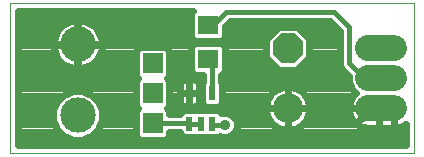
<source format=gtl>
G75*
%MOIN*%
%OFA0B0*%
%FSLAX25Y25*%
%IPPOS*%
%LPD*%
%AMOC8*
5,1,8,0,0,1.08239X$1,22.5*
%
%ADD10C,0.00000*%
%ADD11R,0.07098X0.06299*%
%ADD12R,0.06600X0.06600*%
%ADD13C,0.10000*%
%ADD14OC8,0.10000*%
%ADD15C,0.11811*%
%ADD16C,0.08600*%
%ADD17R,0.02165X0.04724*%
%ADD18C,0.01600*%
%ADD19C,0.03569*%
%ADD20C,0.02400*%
D10*
X0002200Y0002200D02*
X0002200Y0052161D01*
X0136901Y0052161D01*
X0136901Y0002200D01*
X0002200Y0002200D01*
D11*
X0068200Y0033602D03*
X0068200Y0044798D03*
D12*
X0049700Y0032200D03*
X0049700Y0022200D03*
X0049700Y0012200D03*
D13*
X0094700Y0017200D03*
D14*
X0094700Y0037200D03*
D15*
X0024700Y0038480D03*
X0024700Y0014857D03*
D16*
X0121600Y0017200D02*
X0130200Y0017200D01*
X0130200Y0027200D02*
X0121600Y0027200D01*
X0121600Y0037200D02*
X0130200Y0037200D01*
D17*
X0069440Y0022318D03*
X0061960Y0022318D03*
X0061960Y0012082D03*
X0065700Y0012082D03*
X0069440Y0012082D03*
D18*
X0069822Y0011700D01*
X0073700Y0011700D01*
X0065700Y0012082D02*
X0061960Y0012082D01*
X0061960Y0012200D01*
X0049700Y0012200D01*
X0069440Y0022318D02*
X0069440Y0032960D01*
X0068200Y0033602D01*
X0068200Y0043200D02*
X0074200Y0049200D01*
X0110200Y0049200D01*
X0115200Y0044200D01*
X0115200Y0032200D01*
X0120200Y0027200D01*
X0130200Y0027200D01*
X0068200Y0043200D02*
X0068200Y0044798D01*
D19*
X0073700Y0011700D03*
D20*
X0077684Y0011794D02*
X0089924Y0011794D01*
X0089943Y0011775D02*
X0090691Y0011201D01*
X0091509Y0010729D01*
X0092381Y0010367D01*
X0093292Y0010123D01*
X0094228Y0010000D01*
X0094700Y0010000D01*
X0095172Y0010000D01*
X0096108Y0010123D01*
X0097019Y0010367D01*
X0097891Y0010729D01*
X0098709Y0011201D01*
X0099457Y0011775D01*
X0100125Y0012443D01*
X0100699Y0013191D01*
X0101171Y0014009D01*
X0101533Y0014881D01*
X0101777Y0015792D01*
X0101900Y0016728D01*
X0101900Y0017200D01*
X0101900Y0017672D01*
X0101777Y0018608D01*
X0101533Y0019519D01*
X0101171Y0020391D01*
X0100699Y0021209D01*
X0100125Y0021957D01*
X0099457Y0022625D01*
X0098709Y0023199D01*
X0097891Y0023671D01*
X0097019Y0024033D01*
X0096108Y0024277D01*
X0095172Y0024400D01*
X0094700Y0024400D01*
X0094700Y0017200D01*
X0094700Y0017200D01*
X0101900Y0017200D01*
X0094700Y0017200D01*
X0094700Y0017200D01*
X0094700Y0017200D01*
X0087500Y0017200D01*
X0087500Y0017672D01*
X0087623Y0018608D01*
X0087867Y0019519D01*
X0088229Y0020391D01*
X0088701Y0021209D01*
X0089275Y0021957D01*
X0089943Y0022625D01*
X0090691Y0023199D01*
X0091509Y0023671D01*
X0092381Y0024033D01*
X0093292Y0024277D01*
X0094228Y0024400D01*
X0094700Y0024400D01*
X0094700Y0017200D01*
X0094700Y0010000D01*
X0094700Y0017200D01*
X0094700Y0017200D01*
X0087500Y0017200D01*
X0087500Y0016728D01*
X0087623Y0015792D01*
X0087867Y0014881D01*
X0088229Y0014009D01*
X0088701Y0013191D01*
X0089275Y0012443D01*
X0089943Y0011775D01*
X0094700Y0011794D02*
X0094700Y0011794D01*
X0099476Y0011794D02*
X0117968Y0011794D01*
X0117981Y0011784D02*
X0118719Y0011358D01*
X0119506Y0011032D01*
X0120329Y0010811D01*
X0121174Y0010700D01*
X0130200Y0010700D01*
X0130626Y0010700D01*
X0131471Y0010811D01*
X0132294Y0011032D01*
X0133081Y0011358D01*
X0133819Y0011784D01*
X0134201Y0012077D01*
X0134201Y0004900D01*
X0004900Y0004900D01*
X0004900Y0049461D01*
X0063052Y0049461D01*
X0062451Y0048859D01*
X0062451Y0040738D01*
X0063740Y0039449D01*
X0072660Y0039449D01*
X0073949Y0040738D01*
X0073949Y0044707D01*
X0075443Y0046200D01*
X0108957Y0046200D01*
X0112200Y0042957D01*
X0112200Y0031603D01*
X0112657Y0030501D01*
X0115100Y0028057D01*
X0115100Y0025907D01*
X0116090Y0023518D01*
X0117421Y0022186D01*
X0117305Y0022097D01*
X0116703Y0021495D01*
X0116184Y0020819D01*
X0115758Y0020081D01*
X0115432Y0019294D01*
X0115211Y0018471D01*
X0115100Y0017626D01*
X0115100Y0017200D01*
X0130200Y0017200D01*
X0130200Y0010700D01*
X0130200Y0017200D01*
X0130200Y0017200D01*
X0130200Y0017200D01*
X0115100Y0017200D01*
X0115100Y0016774D01*
X0115211Y0015929D01*
X0115432Y0015106D01*
X0115758Y0014319D01*
X0116184Y0013581D01*
X0116703Y0012905D01*
X0117305Y0012303D01*
X0117981Y0011784D01*
X0117200Y0012200D02*
X0125000Y0017450D01*
X0125000Y0008700D01*
X0130200Y0011794D02*
X0130200Y0011794D01*
X0133832Y0011794D02*
X0134201Y0011794D01*
X0134201Y0009396D02*
X0077030Y0009396D01*
X0077078Y0009443D02*
X0077684Y0010907D01*
X0077684Y0012493D01*
X0077078Y0013957D01*
X0075957Y0015078D01*
X0074493Y0015684D01*
X0072907Y0015684D01*
X0072544Y0015534D01*
X0071434Y0016644D01*
X0059966Y0016644D01*
X0058677Y0015355D01*
X0058677Y0015200D01*
X0055200Y0015200D01*
X0055200Y0016411D01*
X0054411Y0017200D01*
X0055200Y0017989D01*
X0055200Y0026411D01*
X0054411Y0027200D01*
X0055200Y0027989D01*
X0055200Y0036411D01*
X0053911Y0037700D01*
X0045489Y0037700D01*
X0044200Y0036411D01*
X0044200Y0027989D01*
X0044989Y0027200D01*
X0044200Y0026411D01*
X0044200Y0017989D01*
X0044989Y0017200D01*
X0044200Y0016411D01*
X0044200Y0007989D01*
X0045489Y0006700D01*
X0053911Y0006700D01*
X0055200Y0007989D01*
X0055200Y0009200D01*
X0058677Y0009200D01*
X0058677Y0008808D01*
X0059966Y0007520D01*
X0071434Y0007520D01*
X0072004Y0008090D01*
X0072907Y0007716D01*
X0074493Y0007716D01*
X0075957Y0008322D01*
X0077078Y0009443D01*
X0076842Y0014193D02*
X0088152Y0014193D01*
X0087518Y0016591D02*
X0071487Y0016591D01*
X0071434Y0017756D02*
X0072723Y0019045D01*
X0072723Y0025592D01*
X0072440Y0025874D01*
X0072440Y0028252D01*
X0072660Y0028252D01*
X0073949Y0029541D01*
X0073949Y0037662D01*
X0072660Y0038951D01*
X0063740Y0038951D01*
X0062451Y0037662D01*
X0062451Y0029541D01*
X0063740Y0028252D01*
X0066440Y0028252D01*
X0066440Y0025874D01*
X0066157Y0025592D01*
X0066157Y0019045D01*
X0067446Y0017756D01*
X0071434Y0017756D01*
X0072668Y0018990D02*
X0087726Y0018990D01*
X0088838Y0021388D02*
X0072723Y0021388D01*
X0072723Y0023787D02*
X0091787Y0023787D01*
X0094700Y0023787D02*
X0094700Y0023787D01*
X0097613Y0023787D02*
X0115978Y0023787D01*
X0116621Y0021388D02*
X0100562Y0021388D01*
X0101674Y0018990D02*
X0115350Y0018990D01*
X0115124Y0016591D02*
X0101882Y0016591D01*
X0101247Y0014193D02*
X0115831Y0014193D01*
X0130200Y0014193D02*
X0130200Y0014193D01*
X0130200Y0016591D02*
X0130200Y0016591D01*
X0134201Y0006997D02*
X0054208Y0006997D01*
X0045192Y0006997D02*
X0026904Y0006997D01*
X0026312Y0006752D02*
X0029291Y0007986D01*
X0031572Y0010266D01*
X0032805Y0013245D01*
X0032805Y0016470D01*
X0031572Y0019449D01*
X0029291Y0021729D01*
X0026312Y0022963D01*
X0023088Y0022963D01*
X0020109Y0021729D01*
X0017828Y0019449D01*
X0016594Y0016470D01*
X0016594Y0013245D01*
X0017828Y0010266D01*
X0020109Y0007986D01*
X0023088Y0006752D01*
X0026312Y0006752D01*
X0022496Y0006997D02*
X0004900Y0006997D01*
X0004900Y0009396D02*
X0018699Y0009396D01*
X0017196Y0011794D02*
X0004900Y0011794D01*
X0004900Y0014193D02*
X0016594Y0014193D01*
X0016645Y0016591D02*
X0004900Y0016591D01*
X0004900Y0018990D02*
X0017638Y0018990D01*
X0019768Y0021388D02*
X0004900Y0021388D01*
X0004900Y0023787D02*
X0044200Y0023787D01*
X0044200Y0021388D02*
X0029632Y0021388D01*
X0031762Y0018990D02*
X0044200Y0018990D01*
X0044380Y0016591D02*
X0032755Y0016591D01*
X0032805Y0014193D02*
X0044200Y0014193D01*
X0044200Y0011794D02*
X0032204Y0011794D01*
X0030701Y0009396D02*
X0044200Y0009396D01*
X0055020Y0016591D02*
X0059913Y0016591D01*
X0060028Y0017906D02*
X0060588Y0017756D01*
X0061960Y0017756D01*
X0063332Y0017756D01*
X0063892Y0017906D01*
X0064393Y0018195D01*
X0064803Y0018605D01*
X0065093Y0019107D01*
X0065243Y0019666D01*
X0065242Y0022318D01*
X0061960Y0022318D01*
X0061960Y0022318D01*
X0061960Y0017756D01*
X0061960Y0022318D01*
X0061960Y0022318D01*
X0065243Y0022318D01*
X0065243Y0024970D01*
X0065093Y0025529D01*
X0064803Y0026031D01*
X0064393Y0026441D01*
X0063892Y0026730D01*
X0063332Y0026880D01*
X0061960Y0026880D01*
X0061960Y0022318D01*
X0061960Y0022318D01*
X0058677Y0022318D01*
X0058677Y0019666D01*
X0058827Y0019107D01*
X0059117Y0018605D01*
X0059526Y0018195D01*
X0060028Y0017906D01*
X0058895Y0018990D02*
X0055200Y0018990D01*
X0055200Y0021388D02*
X0058677Y0021388D01*
X0058677Y0022318D02*
X0061960Y0022318D01*
X0061960Y0022318D01*
X0061960Y0026880D01*
X0060588Y0026880D01*
X0060028Y0026730D01*
X0059526Y0026441D01*
X0059117Y0026031D01*
X0058827Y0025529D01*
X0058677Y0024970D01*
X0058677Y0022318D01*
X0058677Y0023787D02*
X0055200Y0023787D01*
X0055200Y0026185D02*
X0059271Y0026185D01*
X0061960Y0026185D02*
X0061960Y0026185D01*
X0064649Y0026185D02*
X0066440Y0026185D01*
X0063408Y0028584D02*
X0055200Y0028584D01*
X0055200Y0030982D02*
X0062451Y0030982D01*
X0062451Y0033381D02*
X0055200Y0033381D01*
X0055200Y0035779D02*
X0062451Y0035779D01*
X0062966Y0038178D02*
X0032805Y0038178D01*
X0032805Y0038302D02*
X0024878Y0038302D01*
X0024878Y0038657D01*
X0032805Y0038657D01*
X0032805Y0039011D01*
X0032667Y0040064D01*
X0032392Y0041091D01*
X0031985Y0042072D01*
X0031454Y0042992D01*
X0030807Y0043835D01*
X0030056Y0044587D01*
X0029213Y0045233D01*
X0028293Y0045765D01*
X0027311Y0046171D01*
X0026285Y0046446D01*
X0025231Y0046585D01*
X0024878Y0046585D01*
X0024878Y0038658D01*
X0024522Y0038658D01*
X0024522Y0046585D01*
X0024169Y0046585D01*
X0023115Y0046446D01*
X0022089Y0046171D01*
X0021107Y0045765D01*
X0020187Y0045233D01*
X0019344Y0044587D01*
X0018593Y0043835D01*
X0017946Y0042992D01*
X0017415Y0042072D01*
X0017008Y0041091D01*
X0016733Y0040064D01*
X0016594Y0039011D01*
X0016594Y0038657D01*
X0024522Y0038657D01*
X0024522Y0038302D01*
X0016594Y0038302D01*
X0016594Y0037948D01*
X0016733Y0036895D01*
X0017008Y0035868D01*
X0017415Y0034887D01*
X0017946Y0033967D01*
X0018593Y0033124D01*
X0019344Y0032372D01*
X0020187Y0031726D01*
X0021107Y0031194D01*
X0022089Y0030788D01*
X0023115Y0030513D01*
X0024169Y0030374D01*
X0024522Y0030374D01*
X0024522Y0038301D01*
X0024878Y0038301D01*
X0024878Y0030374D01*
X0025231Y0030374D01*
X0026285Y0030513D01*
X0027311Y0030788D01*
X0028293Y0031194D01*
X0029213Y0031726D01*
X0030056Y0032372D01*
X0030807Y0033124D01*
X0031454Y0033967D01*
X0031985Y0034887D01*
X0032392Y0035868D01*
X0032667Y0036895D01*
X0032805Y0037948D01*
X0032805Y0038302D01*
X0032530Y0040576D02*
X0062612Y0040576D01*
X0062451Y0042975D02*
X0031464Y0042975D01*
X0028971Y0045373D02*
X0062451Y0045373D01*
X0062451Y0047772D02*
X0004900Y0047772D01*
X0004900Y0045373D02*
X0020429Y0045373D01*
X0024522Y0045373D02*
X0024878Y0045373D01*
X0024878Y0042975D02*
X0024522Y0042975D01*
X0024522Y0040576D02*
X0024878Y0040576D01*
X0024878Y0038178D02*
X0024522Y0038178D01*
X0024522Y0035779D02*
X0024878Y0035779D01*
X0024878Y0033381D02*
X0024522Y0033381D01*
X0018396Y0033381D02*
X0004900Y0033381D01*
X0004900Y0035779D02*
X0017045Y0035779D01*
X0016594Y0038178D02*
X0004900Y0038178D01*
X0004900Y0040576D02*
X0016870Y0040576D01*
X0017936Y0042975D02*
X0004900Y0042975D01*
X0031004Y0033381D02*
X0044200Y0033381D01*
X0044200Y0035779D02*
X0032355Y0035779D01*
X0027780Y0030982D02*
X0044200Y0030982D01*
X0044200Y0028584D02*
X0004900Y0028584D01*
X0004900Y0030982D02*
X0021620Y0030982D01*
X0024522Y0030982D02*
X0024878Y0030982D01*
X0044200Y0026185D02*
X0004900Y0026185D01*
X0061960Y0023787D02*
X0061960Y0023787D01*
X0065243Y0023787D02*
X0066157Y0023787D01*
X0066157Y0021388D02*
X0065243Y0021388D01*
X0061960Y0021388D02*
X0061960Y0021388D01*
X0061960Y0018990D02*
X0061960Y0018990D01*
X0065025Y0018990D02*
X0066213Y0018990D01*
X0072440Y0026185D02*
X0115100Y0026185D01*
X0114574Y0028584D02*
X0072992Y0028584D01*
X0073949Y0030982D02*
X0090736Y0030982D01*
X0091718Y0030000D02*
X0097682Y0030000D01*
X0101900Y0034218D01*
X0101900Y0040182D01*
X0097682Y0044400D01*
X0091718Y0044400D01*
X0087500Y0040182D01*
X0087500Y0034218D01*
X0091718Y0030000D01*
X0098664Y0030982D02*
X0112457Y0030982D01*
X0112200Y0033381D02*
X0101063Y0033381D01*
X0101900Y0035779D02*
X0112200Y0035779D01*
X0112200Y0038178D02*
X0101900Y0038178D01*
X0101506Y0040576D02*
X0112200Y0040576D01*
X0112183Y0042975D02*
X0099108Y0042975D01*
X0090292Y0042975D02*
X0073949Y0042975D01*
X0073788Y0040576D02*
X0087894Y0040576D01*
X0087500Y0038178D02*
X0073434Y0038178D01*
X0073949Y0035779D02*
X0087500Y0035779D01*
X0088337Y0033381D02*
X0073949Y0033381D01*
X0074616Y0045373D02*
X0109784Y0045373D01*
X0094700Y0021388D02*
X0094700Y0021388D01*
X0094700Y0018990D02*
X0094700Y0018990D01*
X0094700Y0016591D02*
X0094700Y0016591D01*
X0094700Y0014193D02*
X0094700Y0014193D01*
M02*

</source>
